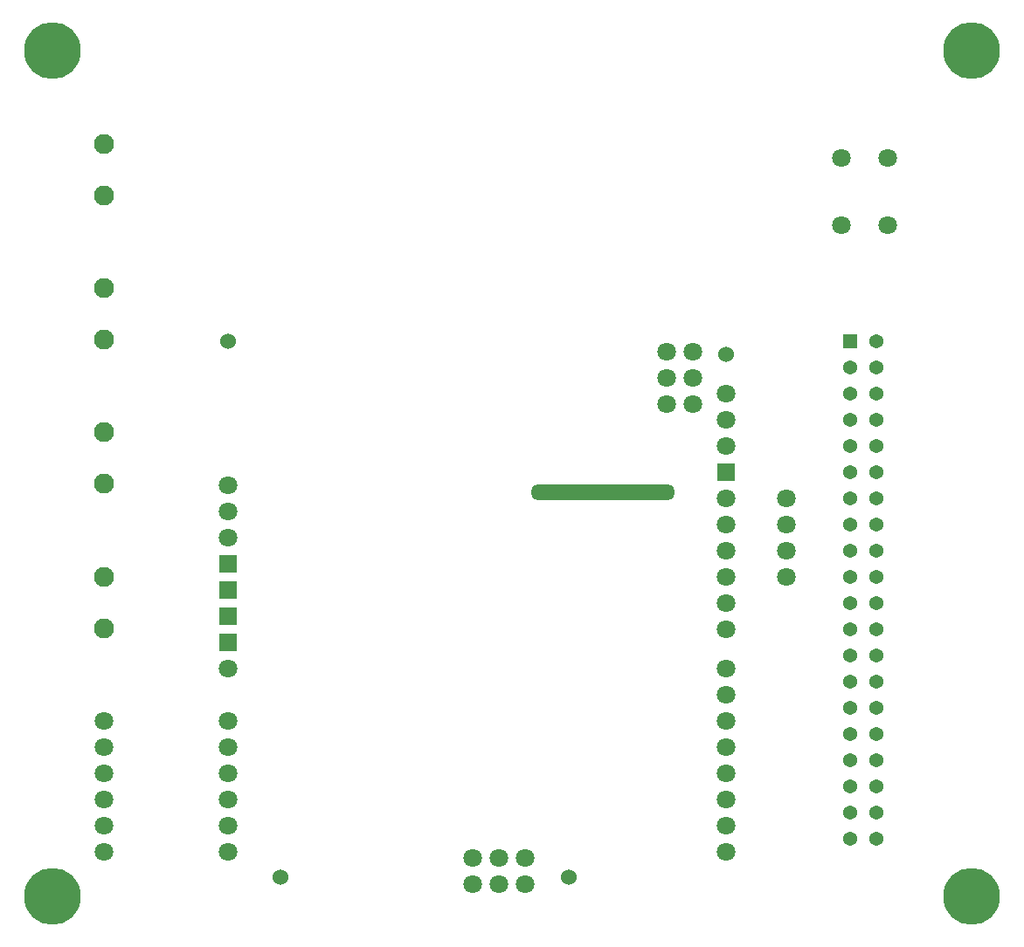
<source format=gbr>
%TF.GenerationSoftware,Altium Limited,Altium Designer,21.8.1 (53)*%
G04 Layer_Color=255*
%FSLAX43Y43*%
%MOMM*%
%TF.SameCoordinates,E96829AD-C41B-4C4D-B55E-E99DFAFB1E42*%
%TF.FilePolarity,Positive*%
%TF.FileFunction,Pads,Top*%
%TF.Part,Single*%
G01*
G75*
%TA.AperFunction,ComponentPad*%
%ADD14C,1.524*%
%ADD15C,1.800*%
%ADD16O,14.000X1.524*%
%ADD17R,1.800X1.800*%
%ADD18R,1.370X1.370*%
%ADD19C,1.370*%
%TA.AperFunction,ViaPad*%
%ADD20C,5.500*%
%TA.AperFunction,ComponentPad*%
%ADD21C,1.950*%
D14*
X54020Y5795D02*
D03*
X26080D02*
D03*
X69260Y56555D02*
D03*
X21000Y57825D02*
D03*
D15*
X44710Y5195D02*
D03*
Y7735D02*
D03*
X47250D02*
D03*
X49790D02*
D03*
Y5195D02*
D03*
X69250Y8295D02*
D03*
Y10835D02*
D03*
Y13375D02*
D03*
Y15915D02*
D03*
Y18455D02*
D03*
Y20995D02*
D03*
Y23535D02*
D03*
Y26075D02*
D03*
X63460Y56795D02*
D03*
X66000D02*
D03*
X63460Y54255D02*
D03*
X66000D02*
D03*
Y51715D02*
D03*
X63460D02*
D03*
X21000Y8295D02*
D03*
Y43855D02*
D03*
Y41315D02*
D03*
Y38775D02*
D03*
Y26075D02*
D03*
Y20995D02*
D03*
Y18455D02*
D03*
Y15915D02*
D03*
Y13375D02*
D03*
Y10835D02*
D03*
X69250Y52745D02*
D03*
Y50205D02*
D03*
Y47665D02*
D03*
Y42585D02*
D03*
Y40045D02*
D03*
Y37505D02*
D03*
Y34965D02*
D03*
Y32425D02*
D03*
Y29885D02*
D03*
X47250Y5195D02*
D03*
X80435Y69088D02*
D03*
Y75588D02*
D03*
X84935Y69088D02*
D03*
Y75588D02*
D03*
X9000Y20995D02*
D03*
Y18455D02*
D03*
Y15915D02*
D03*
Y13375D02*
D03*
Y10835D02*
D03*
Y8295D02*
D03*
X75050Y34965D02*
D03*
Y37505D02*
D03*
Y40045D02*
D03*
Y42585D02*
D03*
D16*
X57290Y43195D02*
D03*
D17*
X21000Y36235D02*
D03*
Y31155D02*
D03*
Y28615D02*
D03*
Y33695D02*
D03*
X69250Y45125D02*
D03*
D18*
X81250Y57825D02*
D03*
D19*
X83790D02*
D03*
X81250Y55285D02*
D03*
X83790D02*
D03*
X81250Y52745D02*
D03*
X83790D02*
D03*
X81250Y50205D02*
D03*
X83790D02*
D03*
X81250Y47665D02*
D03*
X83790D02*
D03*
X81250Y45125D02*
D03*
X83790D02*
D03*
X81250Y42585D02*
D03*
X83790D02*
D03*
X81250Y40045D02*
D03*
X83790D02*
D03*
X81250Y37505D02*
D03*
X83790D02*
D03*
X81250Y34965D02*
D03*
X83790D02*
D03*
X81250Y32425D02*
D03*
X83790D02*
D03*
X81250Y29885D02*
D03*
X83790D02*
D03*
X81250Y27345D02*
D03*
X83790D02*
D03*
X81250Y24805D02*
D03*
X83790D02*
D03*
X81250Y22265D02*
D03*
X83790D02*
D03*
X81250Y19725D02*
D03*
X83790D02*
D03*
X81250Y17185D02*
D03*
X83790D02*
D03*
X81250Y14645D02*
D03*
X83790D02*
D03*
X81250Y12105D02*
D03*
X83790D02*
D03*
X81250Y9565D02*
D03*
X83790D02*
D03*
D20*
X4000Y86000D02*
D03*
X93000D02*
D03*
Y4000D02*
D03*
X4000D02*
D03*
D21*
X9000Y57995D02*
D03*
Y62995D02*
D03*
Y71995D02*
D03*
Y76995D02*
D03*
Y43995D02*
D03*
Y48995D02*
D03*
Y29995D02*
D03*
Y34995D02*
D03*
%TF.MD5,33c519586432b60df62abb8fc655ff69*%
M02*

</source>
